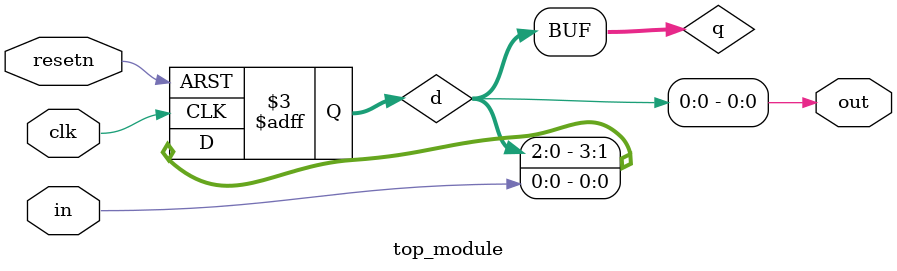
<source format=sv>
module top_module (
    input clk,
    input resetn,
    input in,
    output out
);

reg [3:0] d;
wire [3:0] q;

// D Flip-Flop
always @(posedge clk or negedge resetn) begin
    if (~resetn)
        d <= 4'b0;
    else
        d <= {d[2:0], in};
end

assign q = d;

assign out = q[0];

endmodule

</source>
